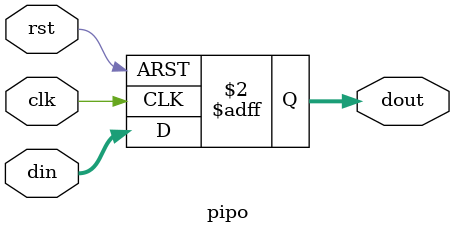
<source format=v>
module pipo(
  input clk,
  input rst,
  input [3:0]din,
  output reg [3:0]dout
);
  always@(posedge clk or posedge rst)begin
    if(rst)begin
      dout<=4'b0000;
    end
    else begin
      dout<=din;
    end
  end
endmodule

</source>
